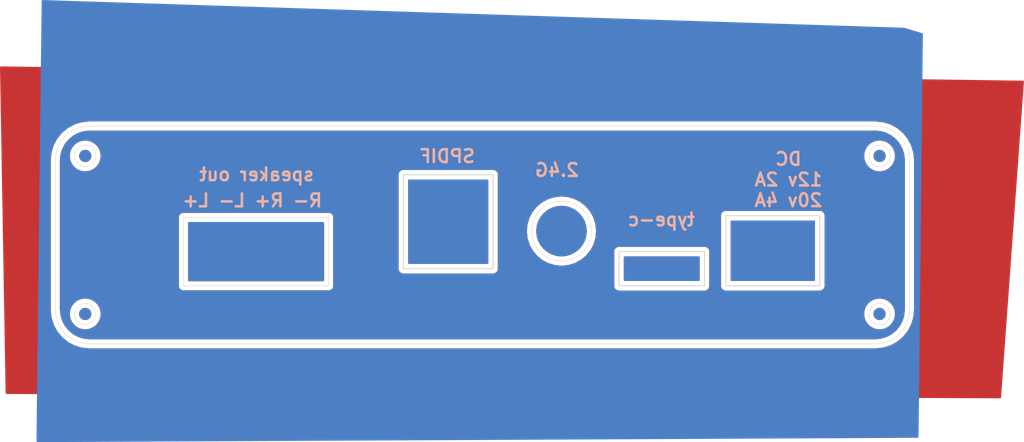
<source format=kicad_pcb>
(kicad_pcb (version 20171130) (host pcbnew 5.0.2+dfsg1-1)

  (general
    (thickness 1.6)
    (drawings 35)
    (tracks 0)
    (zones 0)
    (modules 0)
    (nets 1)
  )

  (page A4)
  (layers
    (0 F.Cu signal)
    (31 B.Cu signal)
    (32 B.Adhes user)
    (33 F.Adhes user)
    (34 B.Paste user)
    (35 F.Paste user)
    (36 B.SilkS user)
    (37 F.SilkS user)
    (38 B.Mask user)
    (39 F.Mask user)
    (40 Dwgs.User user)
    (41 Cmts.User user)
    (42 Eco1.User user)
    (43 Eco2.User user)
    (44 Edge.Cuts user)
    (45 Margin user)
    (46 B.CrtYd user)
    (47 F.CrtYd user)
    (48 B.Fab user)
    (49 F.Fab user)
  )

  (setup
    (last_trace_width 0.25)
    (trace_clearance 0.2)
    (zone_clearance 0.508)
    (zone_45_only no)
    (trace_min 0.2)
    (segment_width 0.2)
    (edge_width 0.05)
    (via_size 0.8)
    (via_drill 0.4)
    (via_min_size 0.4)
    (via_min_drill 0.3)
    (uvia_size 0.3)
    (uvia_drill 0.1)
    (uvias_allowed no)
    (uvia_min_size 0.2)
    (uvia_min_drill 0.1)
    (pcb_text_width 0.3)
    (pcb_text_size 1.5 1.5)
    (mod_edge_width 0.12)
    (mod_text_size 1 1)
    (mod_text_width 0.15)
    (pad_size 1.524 1.524)
    (pad_drill 0.762)
    (pad_to_mask_clearance 0)
    (solder_mask_min_width 0.25)
    (aux_axis_origin 0 0)
    (visible_elements FFFFFF7F)
    (pcbplotparams
      (layerselection 0x010fc_ffffffff)
      (usegerberextensions false)
      (usegerberattributes true)
      (usegerberadvancedattributes true)
      (creategerberjobfile true)
      (excludeedgelayer true)
      (linewidth 0.100000)
      (plotframeref false)
      (viasonmask false)
      (mode 1)
      (useauxorigin false)
      (hpglpennumber 1)
      (hpglpenspeed 20)
      (hpglpendiameter 15.000000)
      (psnegative false)
      (psa4output false)
      (plotreference true)
      (plotvalue true)
      (plotinvisibletext false)
      (padsonsilk false)
      (subtractmaskfromsilk false)
      (outputformat 1)
      (mirror false)
      (drillshape 0)
      (scaleselection 1)
      (outputdirectory "out"))
  )

  (net 0 "")

  (net_class Default "This is the default net class."
    (clearance 0.2)
    (trace_width 0.25)
    (via_dia 0.8)
    (via_drill 0.4)
    (uvia_dia 0.3)
    (uvia_drill 0.1)
  )

  (gr_circle (center 196.5 103.5) (end 197.75 103.5) (layer Edge.Cuts) (width 0.05) (tstamp 60CA229A))
  (gr_circle (center 196.5 122) (end 197.75 122) (layer Edge.Cuts) (width 0.05) (tstamp 60CA2298))
  (gr_circle (center 103.5 122) (end 104.75 122) (layer Edge.Cuts) (width 0.05) (tstamp 60CA2296))
  (gr_circle (center 103.5 103.5) (end 104.75 103.5) (layer Edge.Cuts) (width 0.05))
  (gr_text "R- R+ L- L+" (at 123.063 108.712) (layer B.SilkS) (tstamp 60CA2323)
    (effects (font (size 1.5 1.5) (thickness 0.3)) (justify mirror))
  )
  (gr_text "speaker out" (at 123.571 105.664) (layer B.SilkS) (tstamp 60CA238C)
    (effects (font (size 1.5 1.5) (thickness 0.3)) (justify mirror))
  )
  (gr_text type-c (at 170.9448 110.9472) (layer B.SilkS) (tstamp 60CA2371)
    (effects (font (size 1.5 1.5) (thickness 0.3)) (justify mirror))
  )
  (gr_text SPDIF (at 145.8892 103.5304) (layer B.SilkS) (tstamp 60CA233E)
    (effects (font (size 1.5 1.5) (thickness 0.3)) (justify mirror))
  )
  (gr_text 2.4G (at 158.738 105.156) (layer B.SilkS) (tstamp 60CA236E)
    (effects (font (size 1.5 1.5) (thickness 0.3)) (justify mirror))
  )
  (gr_text "DC\n12v 2A\n20v 4A" (at 185.8292 106.2736) (layer B.SilkS) (tstamp 60CA2344)
    (effects (font (size 1.5 1.5) (thickness 0.3)) (justify mirror))
  )
  (gr_line (start 189.5 110.5) (end 189.5 118.7) (layer Edge.Cuts) (width 0.1) (tstamp 60CA235F))
  (gr_line (start 178.5 110.5) (end 189.5 110.5) (layer Edge.Cuts) (width 0.1) (tstamp 60CA2368))
  (gr_line (start 178.5 118.7) (end 178.5 110.5) (layer Edge.Cuts) (width 0.1) (tstamp 60CA2341))
  (gr_line (start 189.5 118.7) (end 178.5 118.7) (layer Edge.Cuts) (width 0.1) (tstamp 60CA236B))
  (gr_line (start 176 114.7) (end 176 118.7) (layer Edge.Cuts) (width 0.1) (tstamp 60CA2389))
  (gr_line (start 166 114.7) (end 176 114.7) (layer Edge.Cuts) (width 0.1) (tstamp 60CA2362))
  (gr_line (start 166 114.7) (end 166 118.7) (layer Edge.Cuts) (width 0.1) (tstamp 60CA237A))
  (gr_line (start 176 118.7) (end 166 118.7) (layer Edge.Cuts) (width 0.1) (tstamp 60CA2365))
  (gr_line (start 140.75 105.7) (end 151.25 105.7) (layer Edge.Cuts) (width 0.1) (tstamp 60CA2308))
  (gr_line (start 140.75 116.7) (end 140.75 105.7) (layer Edge.Cuts) (width 0.1) (tstamp 60CA238F))
  (gr_line (start 151.25 116.7) (end 140.75 116.7) (layer Edge.Cuts) (width 0.1) (tstamp 60CA2305))
  (gr_line (start 151.25 105.7) (end 151.25 116.7) (layer Edge.Cuts) (width 0.1) (tstamp 60CA230B))
  (gr_circle (center 159.26 112.3) (end 162.76 112.3) (layer Edge.Cuts) (width 0.05) (tstamp 60CA2374))
  (gr_line (start 132 110.7) (end 115 110.7) (layer Edge.Cuts) (width 0.05) (tstamp 60CA2377))
  (gr_line (start 132 118.7) (end 132 110.7) (layer Edge.Cuts) (width 0.05) (tstamp 60CA230E))
  (gr_line (start 115 118.7) (end 132 118.7) (layer Edge.Cuts) (width 0.05) (tstamp 60CA2311))
  (gr_line (start 115 110.7) (end 115 118.7) (layer Edge.Cuts) (width 0.05) (tstamp 60CA2314))
  (gr_arc (start 104 121.5) (end 104 125.5) (angle 90) (layer Edge.Cuts) (width 0.05) (tstamp 60C9AF30))
  (gr_arc (start 196 121.5) (end 200 121.5) (angle 90) (layer Edge.Cuts) (width 0.05) (tstamp 60C9AF23))
  (gr_arc (start 196 104) (end 196 100) (angle 90) (layer Edge.Cuts) (width 0.05) (tstamp 60C9AF12))
  (gr_arc (start 104 104) (end 100 104) (angle 90) (layer Edge.Cuts) (width 0.05))
  (gr_line (start 196 100) (end 104 100) (layer Edge.Cuts) (width 0.05))
  (gr_line (start 200 121.5) (end 200 104) (layer Edge.Cuts) (width 0.05))
  (gr_line (start 104 125.5) (end 196 125.5) (layer Edge.Cuts) (width 0.05))
  (gr_line (start 100 104) (end 100 121.5) (layer Edge.Cuts) (width 0.05))

  (zone (net 0) (net_name "") (layer F.Cu) (tstamp 60CA23D7) (hatch edge 0.508)
    (connect_pads (clearance 0.508))
    (min_thickness 0.254)
    (fill yes (arc_segments 32) (thermal_gap 0.508) (thermal_bridge_width 0.508))
    (polygon
      (pts
        (xy 213.4108 94.6912) (xy 210.7184 131.8768) (xy 94.1832 131.3688) (xy 93.5228 93.0148)
      )
    )
    (filled_polygon
      (pts
        (xy 213.27441 94.816306) (xy 210.600301 131.749284) (xy 94.308041 131.242343) (xy 93.83841 103.967582) (xy 99.34 103.967582)
        (xy 99.340001 121.532419) (xy 99.342988 121.562744) (xy 99.342813 121.587743) (xy 99.343713 121.596914) (xy 99.425315 122.373302)
        (xy 99.437338 122.431871) (xy 99.448551 122.490657) (xy 99.451215 122.499479) (xy 99.682063 123.245229) (xy 99.705238 123.300359)
        (xy 99.727652 123.355838) (xy 99.731979 123.363974) (xy 100.103282 124.050684) (xy 100.136727 124.100268) (xy 100.169487 124.150331)
        (xy 100.175311 124.157472) (xy 100.672924 124.758983) (xy 100.715376 124.80114) (xy 100.757223 124.843873) (xy 100.764318 124.849741)
        (xy 100.764324 124.849747) (xy 100.764331 124.849751) (xy 101.369294 125.343148) (xy 101.419087 125.37623) (xy 101.468476 125.410048)
        (xy 101.476583 125.41443) (xy 102.165867 125.78093) (xy 102.221182 125.803729) (xy 102.276154 125.82729) (xy 102.284957 125.830015)
        (xy 103.032302 126.055652) (xy 103.091011 126.067277) (xy 103.149494 126.079708) (xy 103.158657 126.080671) (xy 103.158659 126.080671)
        (xy 103.935596 126.15685) (xy 103.935598 126.15685) (xy 103.967581 126.16) (xy 196.032419 126.16) (xy 196.062753 126.157012)
        (xy 196.087743 126.157187) (xy 196.096914 126.156287) (xy 196.873302 126.074685) (xy 196.931871 126.062662) (xy 196.990657 126.051449)
        (xy 196.999479 126.048785) (xy 197.745229 125.817937) (xy 197.800359 125.794762) (xy 197.855838 125.772348) (xy 197.863974 125.768021)
        (xy 198.550684 125.396718) (xy 198.600268 125.363273) (xy 198.650331 125.330513) (xy 198.657472 125.324689) (xy 199.258983 124.827076)
        (xy 199.30114 124.784624) (xy 199.343873 124.742777) (xy 199.349741 124.735682) (xy 199.349747 124.735676) (xy 199.349751 124.735669)
        (xy 199.843148 124.130706) (xy 199.87623 124.080913) (xy 199.910048 124.031524) (xy 199.91443 124.023417) (xy 200.28093 123.334133)
        (xy 200.303729 123.278818) (xy 200.32729 123.223846) (xy 200.330015 123.215043) (xy 200.555652 122.467698) (xy 200.567277 122.408989)
        (xy 200.579708 122.350506) (xy 200.580671 122.341341) (xy 200.65685 121.564404) (xy 200.65685 121.564402) (xy 200.66 121.532419)
        (xy 200.66 103.967581) (xy 200.657012 103.937247) (xy 200.657187 103.912257) (xy 200.656287 103.903086) (xy 200.574685 103.126699)
        (xy 200.562658 103.068106) (xy 200.551448 103.009342) (xy 200.548785 103.00052) (xy 200.317937 102.254771) (xy 200.294749 102.199608)
        (xy 200.272347 102.144162) (xy 200.268021 102.136026) (xy 199.896718 101.449316) (xy 199.863279 101.399741) (xy 199.830514 101.34967)
        (xy 199.824689 101.342529) (xy 199.327076 100.741017) (xy 199.284621 100.698858) (xy 199.242776 100.656127) (xy 199.235676 100.650253)
        (xy 198.630705 100.156852) (xy 198.580904 100.123764) (xy 198.531524 100.089953) (xy 198.523418 100.08557) (xy 197.834133 99.719071)
        (xy 197.778839 99.69628) (xy 197.723846 99.67271) (xy 197.715043 99.669985) (xy 196.967698 99.444348) (xy 196.908995 99.432725)
        (xy 196.850506 99.420292) (xy 196.841342 99.419329) (xy 196.064404 99.34315) (xy 196.064402 99.34315) (xy 196.032419 99.34)
        (xy 103.967581 99.34) (xy 103.937247 99.342988) (xy 103.912257 99.342813) (xy 103.903086 99.343713) (xy 103.126699 99.425315)
        (xy 103.068106 99.437342) (xy 103.009342 99.448552) (xy 103.00052 99.451215) (xy 102.254771 99.682063) (xy 102.199608 99.705251)
        (xy 102.144162 99.727653) (xy 102.136026 99.731979) (xy 101.449316 100.103282) (xy 101.399741 100.136721) (xy 101.34967 100.169486)
        (xy 101.342529 100.175311) (xy 100.741017 100.672924) (xy 100.698863 100.715374) (xy 100.656127 100.757224) (xy 100.650253 100.764324)
        (xy 100.156852 101.369295) (xy 100.123764 101.419096) (xy 100.089953 101.468476) (xy 100.08557 101.476582) (xy 99.719071 102.165867)
        (xy 99.69628 102.221161) (xy 99.67271 102.276154) (xy 99.669985 102.284957) (xy 99.444348 103.032302) (xy 99.432725 103.091005)
        (xy 99.420292 103.149494) (xy 99.419329 103.158658) (xy 99.34315 103.935596) (xy 99.34 103.967582) (xy 93.83841 103.967582)
        (xy 93.652037 93.14362)
      )
    )
    (filled_polygon
      (pts
        (xy 196.648126 100.726714) (xy 197.271572 100.914943) (xy 197.846579 101.220681) (xy 198.351247 101.632279) (xy 198.766362 102.134067)
        (xy 199.076105 102.706924) (xy 199.268682 103.329039) (xy 199.340001 104.007594) (xy 199.34 121.467721) (xy 199.273286 122.148126)
        (xy 199.085057 122.77157) (xy 198.779323 123.346573) (xy 198.367721 123.851248) (xy 197.865933 124.266362) (xy 197.293077 124.576104)
        (xy 196.670961 124.768682) (xy 195.992417 124.84) (xy 104.032279 124.84) (xy 103.351874 124.773286) (xy 102.72843 124.585057)
        (xy 102.153427 124.279323) (xy 101.648752 123.867721) (xy 101.233638 123.365933) (xy 100.923896 122.793077) (xy 100.731318 122.170961)
        (xy 100.716182 122.026947) (xy 101.570188 122.026947) (xy 101.612175 122.40127) (xy 101.726069 122.760308) (xy 101.907531 123.090386)
        (xy 102.14965 123.378932) (xy 102.443203 123.614955) (xy 102.777009 123.789465) (xy 103.138354 123.895814) (xy 103.513474 123.929953)
        (xy 103.88808 123.89058) (xy 104.247905 123.779196) (xy 104.579242 123.600043) (xy 104.869472 123.359944) (xy 105.107538 123.068046)
        (xy 105.284374 122.735466) (xy 105.393243 122.374872) (xy 105.427357 122.026947) (xy 194.570188 122.026947) (xy 194.612175 122.40127)
        (xy 194.726069 122.760308) (xy 194.907531 123.090386) (xy 195.14965 123.378932) (xy 195.443203 123.614955) (xy 195.777009 123.789465)
        (xy 196.138354 123.895814) (xy 196.513474 123.929953) (xy 196.88808 123.89058) (xy 197.247905 123.779196) (xy 197.579242 123.600043)
        (xy 197.869472 123.359944) (xy 198.107538 123.068046) (xy 198.284374 122.735466) (xy 198.393243 122.374872) (xy 198.43 122)
        (xy 198.429248 121.946111) (xy 198.382038 121.572411) (xy 198.263143 121.214998) (xy 198.07709 120.887486) (xy 197.830966 120.602348)
        (xy 197.534146 120.370447) (xy 197.197935 120.200615) (xy 196.835141 120.099321) (xy 196.459581 120.070423) (xy 196.085561 120.115023)
        (xy 195.727326 120.23142) (xy 195.398523 120.415182) (xy 195.111674 120.659309) (xy 194.877706 120.954503) (xy 194.705531 121.28952)
        (xy 194.601707 121.651598) (xy 194.570188 122.026947) (xy 105.427357 122.026947) (xy 105.43 122) (xy 105.429248 121.946111)
        (xy 105.382038 121.572411) (xy 105.263143 121.214998) (xy 105.07709 120.887486) (xy 104.830966 120.602348) (xy 104.534146 120.370447)
        (xy 104.197935 120.200615) (xy 103.835141 120.099321) (xy 103.459581 120.070423) (xy 103.085561 120.115023) (xy 102.727326 120.23142)
        (xy 102.398523 120.415182) (xy 102.111674 120.659309) (xy 101.877706 120.954503) (xy 101.705531 121.28952) (xy 101.601707 121.651598)
        (xy 101.570188 122.026947) (xy 100.716182 122.026947) (xy 100.66 121.492417) (xy 100.66 110.7) (xy 114.336807 110.7)
        (xy 114.34 110.732419) (xy 114.340001 118.667571) (xy 114.336807 118.7) (xy 114.34955 118.829383) (xy 114.38729 118.953793)
        (xy 114.448575 119.06845) (xy 114.531052 119.168948) (xy 114.63155 119.251425) (xy 114.746207 119.31271) (xy 114.870617 119.35045)
        (xy 114.967581 119.36) (xy 115 119.363193) (xy 115.032419 119.36) (xy 131.967581 119.36) (xy 132 119.363193)
        (xy 132.032419 119.36) (xy 132.129383 119.35045) (xy 132.253793 119.31271) (xy 132.36845 119.251425) (xy 132.468948 119.168948)
        (xy 132.551425 119.06845) (xy 132.61271 118.953793) (xy 132.65045 118.829383) (xy 132.663193 118.7) (xy 132.66 118.667581)
        (xy 132.66 110.732419) (xy 132.663193 110.7) (xy 132.65045 110.570617) (xy 132.61271 110.446207) (xy 132.551425 110.33155)
        (xy 132.468948 110.231052) (xy 132.36845 110.148575) (xy 132.253793 110.08729) (xy 132.129383 110.04955) (xy 132.032419 110.04)
        (xy 132 110.036807) (xy 131.967581 110.04) (xy 115.032419 110.04) (xy 115 110.036807) (xy 114.967581 110.04)
        (xy 114.870617 110.04955) (xy 114.746207 110.08729) (xy 114.63155 110.148575) (xy 114.531052 110.231052) (xy 114.448575 110.33155)
        (xy 114.38729 110.446207) (xy 114.34955 110.570617) (xy 114.336807 110.7) (xy 100.66 110.7) (xy 100.66 105.7)
        (xy 140.061686 105.7) (xy 140.065001 105.733657) (xy 140.065 116.666353) (xy 140.061686 116.7) (xy 140.074912 116.834283)
        (xy 140.114081 116.963406) (xy 140.177688 117.082407) (xy 140.263289 117.186711) (xy 140.367593 117.272312) (xy 140.486594 117.335919)
        (xy 140.615717 117.375088) (xy 140.75 117.388314) (xy 140.783647 117.385) (xy 151.216353 117.385) (xy 151.25 117.388314)
        (xy 151.384283 117.375088) (xy 151.513406 117.335919) (xy 151.632407 117.272312) (xy 151.736711 117.186711) (xy 151.822312 117.082407)
        (xy 151.885919 116.963406) (xy 151.925088 116.834283) (xy 151.935 116.733647) (xy 151.935 116.733646) (xy 151.938314 116.7)
        (xy 151.935 116.666353) (xy 151.935 112.358362) (xy 155.080407 112.358362) (xy 155.171343 113.169071) (xy 155.418014 113.946677)
        (xy 155.811026 114.661562) (xy 156.335407 115.286496) (xy 156.971186 115.797675) (xy 157.694144 116.175629) (xy 158.476746 116.405961)
        (xy 159.289182 116.479898) (xy 160.100506 116.394625) (xy 160.879815 116.153388) (xy 161.597426 115.765377) (xy 162.226006 115.245371)
        (xy 162.670799 114.7) (xy 165.311686 114.7) (xy 165.315 114.733647) (xy 165.315001 118.666343) (xy 165.311686 118.7)
        (xy 165.324912 118.834283) (xy 165.364081 118.963406) (xy 165.427688 119.082407) (xy 165.513289 119.186711) (xy 165.617593 119.272312)
        (xy 165.736594 119.335919) (xy 165.865717 119.375088) (xy 165.966353 119.385) (xy 166 119.388314) (xy 166.033647 119.385)
        (xy 175.966353 119.385) (xy 176 119.388314) (xy 176.134283 119.375088) (xy 176.263406 119.335919) (xy 176.382407 119.272312)
        (xy 176.486711 119.186711) (xy 176.572312 119.082407) (xy 176.635919 118.963406) (xy 176.675088 118.834283) (xy 176.685 118.733647)
        (xy 176.685 118.733646) (xy 176.688314 118.7) (xy 176.685 118.666353) (xy 176.685 114.733647) (xy 176.688314 114.7)
        (xy 176.675088 114.565717) (xy 176.635919 114.436594) (xy 176.572312 114.317593) (xy 176.486711 114.213289) (xy 176.382407 114.127688)
        (xy 176.263406 114.064081) (xy 176.134283 114.024912) (xy 176.033647 114.015) (xy 176 114.011686) (xy 175.966353 114.015)
        (xy 166.033647 114.015) (xy 166 114.011686) (xy 165.966353 114.015) (xy 165.865717 114.024912) (xy 165.736594 114.064081)
        (xy 165.617593 114.127688) (xy 165.513289 114.213289) (xy 165.427688 114.317593) (xy 165.364081 114.436594) (xy 165.324912 114.565717)
        (xy 165.311686 114.7) (xy 162.670799 114.7) (xy 162.741611 114.613177) (xy 163.124602 113.892874) (xy 163.360393 113.1119)
        (xy 163.44 112.3) (xy 163.43837 112.183288) (xy 163.336124 111.373927) (xy 163.07862 110.599841) (xy 163.021903 110.5)
        (xy 177.811686 110.5) (xy 177.815001 110.533657) (xy 177.815 118.666353) (xy 177.811686 118.7) (xy 177.824912 118.834283)
        (xy 177.864081 118.963406) (xy 177.927688 119.082407) (xy 178.013289 119.186711) (xy 178.117593 119.272312) (xy 178.236594 119.335919)
        (xy 178.365717 119.375088) (xy 178.5 119.388314) (xy 178.533647 119.385) (xy 189.466353 119.385) (xy 189.5 119.388314)
        (xy 189.634283 119.375088) (xy 189.763406 119.335919) (xy 189.882407 119.272312) (xy 189.986711 119.186711) (xy 190.072312 119.082407)
        (xy 190.135919 118.963406) (xy 190.175088 118.834283) (xy 190.185 118.733647) (xy 190.185 118.733646) (xy 190.188314 118.7)
        (xy 190.185 118.666353) (xy 190.185 110.533647) (xy 190.188314 110.5) (xy 190.175088 110.365717) (xy 190.135919 110.236594)
        (xy 190.072312 110.117593) (xy 189.986711 110.013289) (xy 189.882407 109.927688) (xy 189.763406 109.864081) (xy 189.634283 109.824912)
        (xy 189.533647 109.815) (xy 189.5 109.811686) (xy 189.466353 109.815) (xy 178.533647 109.815) (xy 178.5 109.811686)
        (xy 178.466353 109.815) (xy 178.365717 109.824912) (xy 178.236594 109.864081) (xy 178.117593 109.927688) (xy 178.013289 110.013289)
        (xy 177.927688 110.117593) (xy 177.864081 110.236594) (xy 177.824912 110.365717) (xy 177.811686 110.5) (xy 163.021903 110.5)
        (xy 162.675666 109.890513) (xy 162.14261 109.272962) (xy 161.499756 108.770709) (xy 160.771591 108.402887) (xy 159.985849 108.183504)
        (xy 159.172461 108.120917) (xy 158.362406 108.21751) (xy 157.586541 108.469604) (xy 156.874417 108.867596) (xy 156.25316 109.396328)
        (xy 155.746432 110.03566) (xy 155.373534 110.761239) (xy 155.148671 111.54543) (xy 155.080407 112.358362) (xy 151.935 112.358362)
        (xy 151.935 105.733647) (xy 151.938314 105.7) (xy 151.925088 105.565717) (xy 151.885919 105.436594) (xy 151.822312 105.317593)
        (xy 151.736711 105.213289) (xy 151.632407 105.127688) (xy 151.513406 105.064081) (xy 151.384283 105.024912) (xy 151.283647 105.015)
        (xy 151.25 105.011686) (xy 151.216353 105.015) (xy 140.783647 105.015) (xy 140.75 105.011686) (xy 140.716353 105.015)
        (xy 140.615717 105.024912) (xy 140.486594 105.064081) (xy 140.367593 105.127688) (xy 140.263289 105.213289) (xy 140.177688 105.317593)
        (xy 140.114081 105.436594) (xy 140.074912 105.565717) (xy 140.061686 105.7) (xy 100.66 105.7) (xy 100.66 104.032278)
        (xy 100.709547 103.526947) (xy 101.570188 103.526947) (xy 101.612175 103.90127) (xy 101.726069 104.260308) (xy 101.907531 104.590386)
        (xy 102.14965 104.878932) (xy 102.443203 105.114955) (xy 102.777009 105.289465) (xy 103.138354 105.395814) (xy 103.513474 105.429953)
        (xy 103.88808 105.39058) (xy 104.247905 105.279196) (xy 104.579242 105.100043) (xy 104.869472 104.859944) (xy 105.107538 104.568046)
        (xy 105.284374 104.235466) (xy 105.393243 103.874872) (xy 105.427357 103.526947) (xy 194.570188 103.526947) (xy 194.612175 103.90127)
        (xy 194.726069 104.260308) (xy 194.907531 104.590386) (xy 195.14965 104.878932) (xy 195.443203 105.114955) (xy 195.777009 105.289465)
        (xy 196.138354 105.395814) (xy 196.513474 105.429953) (xy 196.88808 105.39058) (xy 197.247905 105.279196) (xy 197.579242 105.100043)
        (xy 197.869472 104.859944) (xy 198.107538 104.568046) (xy 198.284374 104.235466) (xy 198.393243 103.874872) (xy 198.43 103.5)
        (xy 198.429248 103.446111) (xy 198.382038 103.072411) (xy 198.263143 102.714998) (xy 198.07709 102.387486) (xy 197.830966 102.102348)
        (xy 197.534146 101.870447) (xy 197.197935 101.700615) (xy 196.835141 101.599321) (xy 196.459581 101.570423) (xy 196.085561 101.615023)
        (xy 195.727326 101.73142) (xy 195.398523 101.915182) (xy 195.111674 102.159309) (xy 194.877706 102.454503) (xy 194.705531 102.78952)
        (xy 194.601707 103.151598) (xy 194.570188 103.526947) (xy 105.427357 103.526947) (xy 105.43 103.5) (xy 105.429248 103.446111)
        (xy 105.382038 103.072411) (xy 105.263143 102.714998) (xy 105.07709 102.387486) (xy 104.830966 102.102348) (xy 104.534146 101.870447)
        (xy 104.197935 101.700615) (xy 103.835141 101.599321) (xy 103.459581 101.570423) (xy 103.085561 101.615023) (xy 102.727326 101.73142)
        (xy 102.398523 101.915182) (xy 102.111674 102.159309) (xy 101.877706 102.454503) (xy 101.705531 102.78952) (xy 101.601707 103.151598)
        (xy 101.570188 103.526947) (xy 100.709547 103.526947) (xy 100.726714 103.351874) (xy 100.914943 102.728428) (xy 101.220681 102.153421)
        (xy 101.632279 101.648753) (xy 102.134067 101.233638) (xy 102.706924 100.923895) (xy 103.329039 100.731318) (xy 104.007584 100.66)
        (xy 195.967722 100.66)
      )
    )
    (filled_polygon
      (pts
        (xy 103.618636 121.422051) (xy 103.728634 121.456101) (xy 103.829924 121.510868) (xy 103.918647 121.584266) (xy 103.991424 121.673499)
        (xy 104.045482 121.775168) (xy 104.078764 121.885402) (xy 104.09 122) (xy 104.08977 122.016474) (xy 104.075338 122.130714)
        (xy 104.038992 122.239975) (xy 103.982115 122.340095) (xy 103.906876 122.427261) (xy 103.816138 122.498153) (xy 103.713358 122.550071)
        (xy 103.602452 122.581037) (xy 103.487644 122.589871) (xy 103.373306 122.576237) (xy 103.263794 122.540654) (xy 103.163279 122.484478)
        (xy 103.07559 122.409848) (xy 103.004066 122.319608) (xy 102.951432 122.217193) (xy 102.919693 122.106506) (xy 102.910058 121.991762)
        (xy 102.922893 121.877332) (xy 102.95771 121.767574) (xy 103.013183 121.666669) (xy 103.087199 121.578461) (xy 103.176938 121.506309)
        (xy 103.278982 121.452962) (xy 103.389445 121.420451) (xy 103.504119 121.410014)
      )
    )
    (filled_polygon
      (pts
        (xy 196.618636 121.422051) (xy 196.728634 121.456101) (xy 196.829924 121.510868) (xy 196.918647 121.584266) (xy 196.991424 121.673499)
        (xy 197.045482 121.775168) (xy 197.078764 121.885402) (xy 197.09 122) (xy 197.08977 122.016474) (xy 197.075338 122.130714)
        (xy 197.038992 122.239975) (xy 196.982115 122.340095) (xy 196.906876 122.427261) (xy 196.816138 122.498153) (xy 196.713358 122.550071)
        (xy 196.602452 122.581037) (xy 196.487644 122.589871) (xy 196.373306 122.576237) (xy 196.263794 122.540654) (xy 196.163279 122.484478)
        (xy 196.07559 122.409848) (xy 196.004066 122.319608) (xy 195.951432 122.217193) (xy 195.919693 122.106506) (xy 195.910058 121.991762)
        (xy 195.922893 121.877332) (xy 195.95771 121.767574) (xy 196.013183 121.666669) (xy 196.087199 121.578461) (xy 196.176938 121.506309)
        (xy 196.278982 121.452962) (xy 196.389445 121.420451) (xy 196.504119 121.410014)
      )
    )
    (filled_polygon
      (pts
        (xy 175.315001 118.015) (xy 166.685 118.015) (xy 166.685 115.385) (xy 175.315 115.385)
      )
    )
    (filled_polygon
      (pts
        (xy 188.815001 118.015) (xy 179.185 118.015) (xy 179.185 111.185) (xy 188.815 111.185)
      )
    )
    (filled_polygon
      (pts
        (xy 131.34 118.04) (xy 115.66 118.04) (xy 115.66 111.36) (xy 131.340001 111.36)
      )
    )
    (filled_polygon
      (pts
        (xy 150.565001 116.015) (xy 141.435 116.015) (xy 141.435 106.385) (xy 150.565 106.385)
      )
    )
    (filled_polygon
      (pts
        (xy 159.831061 109.518006) (xy 160.360544 109.681909) (xy 160.848108 109.945533) (xy 161.275181 110.298839) (xy 161.625496 110.728368)
        (xy 161.885711 111.21776) (xy 162.045913 111.748374) (xy 162.1 112.3) (xy 162.098893 112.379297) (xy 162.029424 112.929198)
        (xy 161.854469 113.455132) (xy 161.580692 113.937068) (xy 161.21852 114.356648) (xy 160.781748 114.697891) (xy 160.287014 114.9478)
        (xy 159.753161 115.096854) (xy 159.200524 115.139377) (xy 158.650152 115.073749) (xy 158.123009 114.90247) (xy 157.639173 114.632064)
        (xy 157.217075 114.27283) (xy 156.872791 113.838451) (xy 156.619435 113.345474) (xy 156.466657 112.812674) (xy 156.420277 112.260347)
        (xy 156.482061 111.709531) (xy 156.649656 111.181205) (xy 156.916678 110.695494) (xy 157.272956 110.270898) (xy 157.70492 109.923589)
        (xy 158.196117 109.666798) (xy 158.727837 109.510304) (xy 159.279827 109.460069)
      )
    )
    (filled_polygon
      (pts
        (xy 103.618636 102.922051) (xy 103.728634 102.956101) (xy 103.829924 103.010868) (xy 103.918647 103.084266) (xy 103.991424 103.173499)
        (xy 104.045482 103.275168) (xy 104.078764 103.385402) (xy 104.09 103.5) (xy 104.08977 103.516474) (xy 104.075338 103.630714)
        (xy 104.038992 103.739975) (xy 103.982115 103.840095) (xy 103.906876 103.927261) (xy 103.816138 103.998153) (xy 103.713358 104.050071)
        (xy 103.602452 104.081037) (xy 103.487644 104.089871) (xy 103.373306 104.076237) (xy 103.263794 104.040654) (xy 103.163279 103.984478)
        (xy 103.07559 103.909848) (xy 103.004066 103.819608) (xy 102.951432 103.717193) (xy 102.919693 103.606506) (xy 102.910058 103.491762)
        (xy 102.922893 103.377332) (xy 102.95771 103.267574) (xy 103.013183 103.166669) (xy 103.087199 103.078461) (xy 103.176938 103.006309)
        (xy 103.278982 102.952962) (xy 103.389445 102.920451) (xy 103.504119 102.910014)
      )
    )
    (filled_polygon
      (pts
        (xy 196.618636 102.922051) (xy 196.728634 102.956101) (xy 196.829924 103.010868) (xy 196.918647 103.084266) (xy 196.991424 103.173499)
        (xy 197.045482 103.275168) (xy 197.078764 103.385402) (xy 197.09 103.5) (xy 197.08977 103.516474) (xy 197.075338 103.630714)
        (xy 197.038992 103.739975) (xy 196.982115 103.840095) (xy 196.906876 103.927261) (xy 196.816138 103.998153) (xy 196.713358 104.050071)
        (xy 196.602452 104.081037) (xy 196.487644 104.089871) (xy 196.373306 104.076237) (xy 196.263794 104.040654) (xy 196.163279 103.984478)
        (xy 196.07559 103.909848) (xy 196.004066 103.819608) (xy 195.951432 103.717193) (xy 195.919693 103.606506) (xy 195.910058 103.491762)
        (xy 195.922893 103.377332) (xy 195.95771 103.267574) (xy 196.013183 103.166669) (xy 196.087199 103.078461) (xy 196.176938 103.006309)
        (xy 196.278982 102.952962) (xy 196.389445 102.920451) (xy 196.504119 102.910014)
      )
    )
  )
  (zone (net 0) (net_name "") (layer B.Cu) (tstamp 60CA23D4) (hatch edge 0.508)
    (connect_pads (clearance 0.508))
    (min_thickness 0.254)
    (fill yes (arc_segments 32) (thermal_gap 0.508) (thermal_bridge_width 0.508))
    (polygon
      (pts
        (xy 199.39 88.4936) (xy 201.5744 89.154) (xy 201.0664 136.4996) (xy 97.79 137.0076) (xy 98.3996 85.2424)
      )
    )
    (filled_polygon
      (pts
        (xy 199.369227 88.619997) (xy 201.446384 89.247975) (xy 200.940748 136.373217) (xy 97.918512 136.879967) (xy 98.306096 103.967582)
        (xy 99.34 103.967582) (xy 99.340001 121.532419) (xy 99.342988 121.562744) (xy 99.342813 121.587743) (xy 99.343713 121.596914)
        (xy 99.425315 122.373302) (xy 99.437338 122.431871) (xy 99.448551 122.490657) (xy 99.451215 122.499479) (xy 99.682063 123.245229)
        (xy 99.705238 123.300359) (xy 99.727652 123.355838) (xy 99.731979 123.363974) (xy 100.103282 124.050684) (xy 100.136727 124.100268)
        (xy 100.169487 124.150331) (xy 100.175311 124.157472) (xy 100.672924 124.758983) (xy 100.715376 124.80114) (xy 100.757223 124.843873)
        (xy 100.764318 124.849741) (xy 100.764324 124.849747) (xy 100.764331 124.849751) (xy 101.369294 125.343148) (xy 101.419087 125.37623)
        (xy 101.468476 125.410048) (xy 101.476583 125.41443) (xy 102.165867 125.78093) (xy 102.221182 125.803729) (xy 102.276154 125.82729)
        (xy 102.284957 125.830015) (xy 103.032302 126.055652) (xy 103.091011 126.067277) (xy 103.149494 126.079708) (xy 103.158657 126.080671)
        (xy 103.158659 126.080671) (xy 103.935596 126.15685) (xy 103.935598 126.15685) (xy 103.967581 126.16) (xy 196.032419 126.16)
        (xy 196.062753 126.157012) (xy 196.087743 126.157187) (xy 196.096914 126.156287) (xy 196.873302 126.074685) (xy 196.931871 126.062662)
        (xy 196.990657 126.051449) (xy 196.999479 126.048785) (xy 197.745229 125.817937) (xy 197.800359 125.794762) (xy 197.855838 125.772348)
        (xy 197.863974 125.768021) (xy 198.550684 125.396718) (xy 198.600268 125.363273) (xy 198.650331 125.330513) (xy 198.657472 125.324689)
        (xy 199.258983 124.827076) (xy 199.30114 124.784624) (xy 199.343873 124.742777) (xy 199.349741 124.735682) (xy 199.349747 124.735676)
        (xy 199.349751 124.735669) (xy 199.843148 124.130706) (xy 199.87623 124.080913) (xy 199.910048 124.031524) (xy 199.91443 124.023417)
        (xy 200.28093 123.334133) (xy 200.303729 123.278818) (xy 200.32729 123.223846) (xy 200.330015 123.215043) (xy 200.555652 122.467698)
        (xy 200.567277 122.408989) (xy 200.579708 122.350506) (xy 200.580671 122.341341) (xy 200.65685 121.564404) (xy 200.65685 121.564402)
        (xy 200.66 121.532419) (xy 200.66 103.967581) (xy 200.657012 103.937247) (xy 200.657187 103.912257) (xy 200.656287 103.903086)
        (xy 200.574685 103.126699) (xy 200.562658 103.068106) (xy 200.551448 103.009342) (xy 200.548785 103.00052) (xy 200.317937 102.254771)
        (xy 200.294749 102.199608) (xy 200.272347 102.144162) (xy 200.268021 102.136026) (xy 199.896718 101.449316) (xy 199.863279 101.399741)
        (xy 199.830514 101.34967) (xy 199.824689 101.342529) (xy 199.327076 100.741017) (xy 199.284621 100.698858) (xy 199.242776 100.656127)
        (xy 199.235676 100.650253) (xy 198.630705 100.156852) (xy 198.580904 100.123764) (xy 198.531524 100.089953) (xy 198.523418 100.08557)
        (xy 197.834133 99.719071) (xy 197.778839 99.69628) (xy 197.723846 99.67271) (xy 197.715043 99.669985) (xy 196.967698 99.444348)
        (xy 196.908995 99.432725) (xy 196.850506 99.420292) (xy 196.841342 99.419329) (xy 196.064404 99.34315) (xy 196.064402 99.34315)
        (xy 196.032419 99.34) (xy 103.967581 99.34) (xy 103.937247 99.342988) (xy 103.912257 99.342813) (xy 103.903086 99.343713)
        (xy 103.126699 99.425315) (xy 103.068106 99.437342) (xy 103.009342 99.448552) (xy 103.00052 99.451215) (xy 102.254771 99.682063)
        (xy 102.199608 99.705251) (xy 102.144162 99.727653) (xy 102.136026 99.731979) (xy 101.449316 100.103282) (xy 101.399741 100.136721)
        (xy 101.34967 100.169486) (xy 101.342529 100.175311) (xy 100.741017 100.672924) (xy 100.698863 100.715374) (xy 100.656127 100.757224)
        (xy 100.650253 100.764324) (xy 100.156852 101.369295) (xy 100.123764 101.419096) (xy 100.089953 101.468476) (xy 100.08557 101.476582)
        (xy 99.719071 102.165867) (xy 99.69628 102.221161) (xy 99.67271 102.276154) (xy 99.669985 102.284957) (xy 99.444348 103.032302)
        (xy 99.432725 103.091005) (xy 99.420292 103.149494) (xy 99.419329 103.158658) (xy 99.34315 103.935596) (xy 99.34 103.967582)
        (xy 98.306096 103.967582) (xy 98.525065 85.373505)
      )
    )
    (filled_polygon
      (pts
        (xy 196.648126 100.726714) (xy 197.271572 100.914943) (xy 197.846579 101.220681) (xy 198.351247 101.632279) (xy 198.766362 102.134067)
        (xy 199.076105 102.706924) (xy 199.268682 103.329039) (xy 199.340001 104.007594) (xy 199.34 121.467721) (xy 199.273286 122.148126)
        (xy 199.085057 122.77157) (xy 198.779323 123.346573) (xy 198.367721 123.851248) (xy 197.865933 124.266362) (xy 197.293077 124.576104)
        (xy 196.670961 124.768682) (xy 195.992417 124.84) (xy 104.032279 124.84) (xy 103.351874 124.773286) (xy 102.72843 124.585057)
        (xy 102.153427 124.279323) (xy 101.648752 123.867721) (xy 101.233638 123.365933) (xy 100.923896 122.793077) (xy 100.731318 122.170961)
        (xy 100.716182 122.026947) (xy 101.570188 122.026947) (xy 101.612175 122.40127) (xy 101.726069 122.760308) (xy 101.907531 123.090386)
        (xy 102.14965 123.378932) (xy 102.443203 123.614955) (xy 102.777009 123.789465) (xy 103.138354 123.895814) (xy 103.513474 123.929953)
        (xy 103.88808 123.89058) (xy 104.247905 123.779196) (xy 104.579242 123.600043) (xy 104.869472 123.359944) (xy 105.107538 123.068046)
        (xy 105.284374 122.735466) (xy 105.393243 122.374872) (xy 105.427357 122.026947) (xy 194.570188 122.026947) (xy 194.612175 122.40127)
        (xy 194.726069 122.760308) (xy 194.907531 123.090386) (xy 195.14965 123.378932) (xy 195.443203 123.614955) (xy 195.777009 123.789465)
        (xy 196.138354 123.895814) (xy 196.513474 123.929953) (xy 196.88808 123.89058) (xy 197.247905 123.779196) (xy 197.579242 123.600043)
        (xy 197.869472 123.359944) (xy 198.107538 123.068046) (xy 198.284374 122.735466) (xy 198.393243 122.374872) (xy 198.43 122)
        (xy 198.429248 121.946111) (xy 198.382038 121.572411) (xy 198.263143 121.214998) (xy 198.07709 120.887486) (xy 197.830966 120.602348)
        (xy 197.534146 120.370447) (xy 197.197935 120.200615) (xy 196.835141 120.099321) (xy 196.459581 120.070423) (xy 196.085561 120.115023)
        (xy 195.727326 120.23142) (xy 195.398523 120.415182) (xy 195.111674 120.659309) (xy 194.877706 120.954503) (xy 194.705531 121.28952)
        (xy 194.601707 121.651598) (xy 194.570188 122.026947) (xy 105.427357 122.026947) (xy 105.43 122) (xy 105.429248 121.946111)
        (xy 105.382038 121.572411) (xy 105.263143 121.214998) (xy 105.07709 120.887486) (xy 104.830966 120.602348) (xy 104.534146 120.370447)
        (xy 104.197935 120.200615) (xy 103.835141 120.099321) (xy 103.459581 120.070423) (xy 103.085561 120.115023) (xy 102.727326 120.23142)
        (xy 102.398523 120.415182) (xy 102.111674 120.659309) (xy 101.877706 120.954503) (xy 101.705531 121.28952) (xy 101.601707 121.651598)
        (xy 101.570188 122.026947) (xy 100.716182 122.026947) (xy 100.66 121.492417) (xy 100.66 110.7) (xy 114.336807 110.7)
        (xy 114.34 110.732419) (xy 114.340001 118.667571) (xy 114.336807 118.7) (xy 114.34955 118.829383) (xy 114.38729 118.953793)
        (xy 114.448575 119.06845) (xy 114.531052 119.168948) (xy 114.63155 119.251425) (xy 114.746207 119.31271) (xy 114.870617 119.35045)
        (xy 114.967581 119.36) (xy 115 119.363193) (xy 115.032419 119.36) (xy 131.967581 119.36) (xy 132 119.363193)
        (xy 132.032419 119.36) (xy 132.129383 119.35045) (xy 132.253793 119.31271) (xy 132.36845 119.251425) (xy 132.468948 119.168948)
        (xy 132.551425 119.06845) (xy 132.61271 118.953793) (xy 132.65045 118.829383) (xy 132.663193 118.7) (xy 132.66 118.667581)
        (xy 132.66 110.732419) (xy 132.663193 110.7) (xy 132.65045 110.570617) (xy 132.61271 110.446207) (xy 132.551425 110.33155)
        (xy 132.468948 110.231052) (xy 132.36845 110.148575) (xy 132.253793 110.08729) (xy 132.129383 110.04955) (xy 132.032419 110.04)
        (xy 132 110.036807) (xy 131.967581 110.04) (xy 115.032419 110.04) (xy 115 110.036807) (xy 114.967581 110.04)
        (xy 114.870617 110.04955) (xy 114.746207 110.08729) (xy 114.63155 110.148575) (xy 114.531052 110.231052) (xy 114.448575 110.33155)
        (xy 114.38729 110.446207) (xy 114.34955 110.570617) (xy 114.336807 110.7) (xy 100.66 110.7) (xy 100.66 105.7)
        (xy 140.061686 105.7) (xy 140.065001 105.733657) (xy 140.065 116.666353) (xy 140.061686 116.7) (xy 140.074912 116.834283)
        (xy 140.114081 116.963406) (xy 140.177688 117.082407) (xy 140.263289 117.186711) (xy 140.367593 117.272312) (xy 140.486594 117.335919)
        (xy 140.615717 117.375088) (xy 140.75 117.388314) (xy 140.783647 117.385) (xy 151.216353 117.385) (xy 151.25 117.388314)
        (xy 151.384283 117.375088) (xy 151.513406 117.335919) (xy 151.632407 117.272312) (xy 151.736711 117.186711) (xy 151.822312 117.082407)
        (xy 151.885919 116.963406) (xy 151.925088 116.834283) (xy 151.935 116.733647) (xy 151.935 116.733646) (xy 151.938314 116.7)
        (xy 151.935 116.666353) (xy 151.935 112.358362) (xy 155.080407 112.358362) (xy 155.171343 113.169071) (xy 155.418014 113.946677)
        (xy 155.811026 114.661562) (xy 156.335407 115.286496) (xy 156.971186 115.797675) (xy 157.694144 116.175629) (xy 158.476746 116.405961)
        (xy 159.289182 116.479898) (xy 160.100506 116.394625) (xy 160.879815 116.153388) (xy 161.597426 115.765377) (xy 162.226006 115.245371)
        (xy 162.670799 114.7) (xy 165.311686 114.7) (xy 165.315 114.733647) (xy 165.315001 118.666343) (xy 165.311686 118.7)
        (xy 165.324912 118.834283) (xy 165.364081 118.963406) (xy 165.427688 119.082407) (xy 165.513289 119.186711) (xy 165.617593 119.272312)
        (xy 165.736594 119.335919) (xy 165.865717 119.375088) (xy 165.966353 119.385) (xy 166 119.388314) (xy 166.033647 119.385)
        (xy 175.966353 119.385) (xy 176 119.388314) (xy 176.134283 119.375088) (xy 176.263406 119.335919) (xy 176.382407 119.272312)
        (xy 176.486711 119.186711) (xy 176.572312 119.082407) (xy 176.635919 118.963406) (xy 176.675088 118.834283) (xy 176.685 118.733647)
        (xy 176.685 118.733646) (xy 176.688314 118.7) (xy 176.685 118.666353) (xy 176.685 114.733647) (xy 176.688314 114.7)
        (xy 176.675088 114.565717) (xy 176.635919 114.436594) (xy 176.572312 114.317593) (xy 176.486711 114.213289) (xy 176.382407 114.127688)
        (xy 176.263406 114.064081) (xy 176.134283 114.024912) (xy 176.033647 114.015) (xy 176 114.011686) (xy 175.966353 114.015)
        (xy 166.033647 114.015) (xy 166 114.011686) (xy 165.966353 114.015) (xy 165.865717 114.024912) (xy 165.736594 114.064081)
        (xy 165.617593 114.127688) (xy 165.513289 114.213289) (xy 165.427688 114.317593) (xy 165.364081 114.436594) (xy 165.324912 114.565717)
        (xy 165.311686 114.7) (xy 162.670799 114.7) (xy 162.741611 114.613177) (xy 163.124602 113.892874) (xy 163.360393 113.1119)
        (xy 163.44 112.3) (xy 163.43837 112.183288) (xy 163.336124 111.373927) (xy 163.07862 110.599841) (xy 163.021903 110.5)
        (xy 177.811686 110.5) (xy 177.815001 110.533657) (xy 177.815 118.666353) (xy 177.811686 118.7) (xy 177.824912 118.834283)
        (xy 177.864081 118.963406) (xy 177.927688 119.082407) (xy 178.013289 119.186711) (xy 178.117593 119.272312) (xy 178.236594 119.335919)
        (xy 178.365717 119.375088) (xy 178.5 119.388314) (xy 178.533647 119.385) (xy 189.466353 119.385) (xy 189.5 119.388314)
        (xy 189.634283 119.375088) (xy 189.763406 119.335919) (xy 189.882407 119.272312) (xy 189.986711 119.186711) (xy 190.072312 119.082407)
        (xy 190.135919 118.963406) (xy 190.175088 118.834283) (xy 190.185 118.733647) (xy 190.185 118.733646) (xy 190.188314 118.7)
        (xy 190.185 118.666353) (xy 190.185 110.533647) (xy 190.188314 110.5) (xy 190.175088 110.365717) (xy 190.135919 110.236594)
        (xy 190.072312 110.117593) (xy 189.986711 110.013289) (xy 189.882407 109.927688) (xy 189.763406 109.864081) (xy 189.634283 109.824912)
        (xy 189.533647 109.815) (xy 189.5 109.811686) (xy 189.466353 109.815) (xy 178.533647 109.815) (xy 178.5 109.811686)
        (xy 178.466353 109.815) (xy 178.365717 109.824912) (xy 178.236594 109.864081) (xy 178.117593 109.927688) (xy 178.013289 110.013289)
        (xy 177.927688 110.117593) (xy 177.864081 110.236594) (xy 177.824912 110.365717) (xy 177.811686 110.5) (xy 163.021903 110.5)
        (xy 162.675666 109.890513) (xy 162.14261 109.272962) (xy 161.499756 108.770709) (xy 160.771591 108.402887) (xy 159.985849 108.183504)
        (xy 159.172461 108.120917) (xy 158.362406 108.21751) (xy 157.586541 108.469604) (xy 156.874417 108.867596) (xy 156.25316 109.396328)
        (xy 155.746432 110.03566) (xy 155.373534 110.761239) (xy 155.148671 111.54543) (xy 155.080407 112.358362) (xy 151.935 112.358362)
        (xy 151.935 105.733647) (xy 151.938314 105.7) (xy 151.925088 105.565717) (xy 151.885919 105.436594) (xy 151.822312 105.317593)
        (xy 151.736711 105.213289) (xy 151.632407 105.127688) (xy 151.513406 105.064081) (xy 151.384283 105.024912) (xy 151.283647 105.015)
        (xy 151.25 105.011686) (xy 151.216353 105.015) (xy 140.783647 105.015) (xy 140.75 105.011686) (xy 140.716353 105.015)
        (xy 140.615717 105.024912) (xy 140.486594 105.064081) (xy 140.367593 105.127688) (xy 140.263289 105.213289) (xy 140.177688 105.317593)
        (xy 140.114081 105.436594) (xy 140.074912 105.565717) (xy 140.061686 105.7) (xy 100.66 105.7) (xy 100.66 104.032278)
        (xy 100.709547 103.526947) (xy 101.570188 103.526947) (xy 101.612175 103.90127) (xy 101.726069 104.260308) (xy 101.907531 104.590386)
        (xy 102.14965 104.878932) (xy 102.443203 105.114955) (xy 102.777009 105.289465) (xy 103.138354 105.395814) (xy 103.513474 105.429953)
        (xy 103.88808 105.39058) (xy 104.247905 105.279196) (xy 104.579242 105.100043) (xy 104.869472 104.859944) (xy 105.107538 104.568046)
        (xy 105.284374 104.235466) (xy 105.393243 103.874872) (xy 105.427357 103.526947) (xy 194.570188 103.526947) (xy 194.612175 103.90127)
        (xy 194.726069 104.260308) (xy 194.907531 104.590386) (xy 195.14965 104.878932) (xy 195.443203 105.114955) (xy 195.777009 105.289465)
        (xy 196.138354 105.395814) (xy 196.513474 105.429953) (xy 196.88808 105.39058) (xy 197.247905 105.279196) (xy 197.579242 105.100043)
        (xy 197.869472 104.859944) (xy 198.107538 104.568046) (xy 198.284374 104.235466) (xy 198.393243 103.874872) (xy 198.43 103.5)
        (xy 198.429248 103.446111) (xy 198.382038 103.072411) (xy 198.263143 102.714998) (xy 198.07709 102.387486) (xy 197.830966 102.102348)
        (xy 197.534146 101.870447) (xy 197.197935 101.700615) (xy 196.835141 101.599321) (xy 196.459581 101.570423) (xy 196.085561 101.615023)
        (xy 195.727326 101.73142) (xy 195.398523 101.915182) (xy 195.111674 102.159309) (xy 194.877706 102.454503) (xy 194.705531 102.78952)
        (xy 194.601707 103.151598) (xy 194.570188 103.526947) (xy 105.427357 103.526947) (xy 105.43 103.5) (xy 105.429248 103.446111)
        (xy 105.382038 103.072411) (xy 105.263143 102.714998) (xy 105.07709 102.387486) (xy 104.830966 102.102348) (xy 104.534146 101.870447)
        (xy 104.197935 101.700615) (xy 103.835141 101.599321) (xy 103.459581 101.570423) (xy 103.085561 101.615023) (xy 102.727326 101.73142)
        (xy 102.398523 101.915182) (xy 102.111674 102.159309) (xy 101.877706 102.454503) (xy 101.705531 102.78952) (xy 101.601707 103.151598)
        (xy 101.570188 103.526947) (xy 100.709547 103.526947) (xy 100.726714 103.351874) (xy 100.914943 102.728428) (xy 101.220681 102.153421)
        (xy 101.632279 101.648753) (xy 102.134067 101.233638) (xy 102.706924 100.923895) (xy 103.329039 100.731318) (xy 104.007584 100.66)
        (xy 195.967722 100.66)
      )
    )
    (filled_polygon
      (pts
        (xy 103.618636 121.422051) (xy 103.728634 121.456101) (xy 103.829924 121.510868) (xy 103.918647 121.584266) (xy 103.991424 121.673499)
        (xy 104.045482 121.775168) (xy 104.078764 121.885402) (xy 104.09 122) (xy 104.08977 122.016474) (xy 104.075338 122.130714)
        (xy 104.038992 122.239975) (xy 103.982115 122.340095) (xy 103.906876 122.427261) (xy 103.816138 122.498153) (xy 103.713358 122.550071)
        (xy 103.602452 122.581037) (xy 103.487644 122.589871) (xy 103.373306 122.576237) (xy 103.263794 122.540654) (xy 103.163279 122.484478)
        (xy 103.07559 122.409848) (xy 103.004066 122.319608) (xy 102.951432 122.217193) (xy 102.919693 122.106506) (xy 102.910058 121.991762)
        (xy 102.922893 121.877332) (xy 102.95771 121.767574) (xy 103.013183 121.666669) (xy 103.087199 121.578461) (xy 103.176938 121.506309)
        (xy 103.278982 121.452962) (xy 103.389445 121.420451) (xy 103.504119 121.410014)
      )
    )
    (filled_polygon
      (pts
        (xy 196.618636 121.422051) (xy 196.728634 121.456101) (xy 196.829924 121.510868) (xy 196.918647 121.584266) (xy 196.991424 121.673499)
        (xy 197.045482 121.775168) (xy 197.078764 121.885402) (xy 197.09 122) (xy 197.08977 122.016474) (xy 197.075338 122.130714)
        (xy 197.038992 122.239975) (xy 196.982115 122.340095) (xy 196.906876 122.427261) (xy 196.816138 122.498153) (xy 196.713358 122.550071)
        (xy 196.602452 122.581037) (xy 196.487644 122.589871) (xy 196.373306 122.576237) (xy 196.263794 122.540654) (xy 196.163279 122.484478)
        (xy 196.07559 122.409848) (xy 196.004066 122.319608) (xy 195.951432 122.217193) (xy 195.919693 122.106506) (xy 195.910058 121.991762)
        (xy 195.922893 121.877332) (xy 195.95771 121.767574) (xy 196.013183 121.666669) (xy 196.087199 121.578461) (xy 196.176938 121.506309)
        (xy 196.278982 121.452962) (xy 196.389445 121.420451) (xy 196.504119 121.410014)
      )
    )
    (filled_polygon
      (pts
        (xy 175.315001 118.015) (xy 166.685 118.015) (xy 166.685 115.385) (xy 175.315 115.385)
      )
    )
    (filled_polygon
      (pts
        (xy 188.815001 118.015) (xy 179.185 118.015) (xy 179.185 111.185) (xy 188.815 111.185)
      )
    )
    (filled_polygon
      (pts
        (xy 131.34 118.04) (xy 115.66 118.04) (xy 115.66 111.36) (xy 131.340001 111.36)
      )
    )
    (filled_polygon
      (pts
        (xy 150.565001 116.015) (xy 141.435 116.015) (xy 141.435 106.385) (xy 150.565 106.385)
      )
    )
    (filled_polygon
      (pts
        (xy 159.831061 109.518006) (xy 160.360544 109.681909) (xy 160.848108 109.945533) (xy 161.275181 110.298839) (xy 161.625496 110.728368)
        (xy 161.885711 111.21776) (xy 162.045913 111.748374) (xy 162.1 112.3) (xy 162.098893 112.379297) (xy 162.029424 112.929198)
        (xy 161.854469 113.455132) (xy 161.580692 113.937068) (xy 161.21852 114.356648) (xy 160.781748 114.697891) (xy 160.287014 114.9478)
        (xy 159.753161 115.096854) (xy 159.200524 115.139377) (xy 158.650152 115.073749) (xy 158.123009 114.90247) (xy 157.639173 114.632064)
        (xy 157.217075 114.27283) (xy 156.872791 113.838451) (xy 156.619435 113.345474) (xy 156.466657 112.812674) (xy 156.420277 112.260347)
        (xy 156.482061 111.709531) (xy 156.649656 111.181205) (xy 156.916678 110.695494) (xy 157.272956 110.270898) (xy 157.70492 109.923589)
        (xy 158.196117 109.666798) (xy 158.727837 109.510304) (xy 159.279827 109.460069)
      )
    )
    (filled_polygon
      (pts
        (xy 103.618636 102.922051) (xy 103.728634 102.956101) (xy 103.829924 103.010868) (xy 103.918647 103.084266) (xy 103.991424 103.173499)
        (xy 104.045482 103.275168) (xy 104.078764 103.385402) (xy 104.09 103.5) (xy 104.08977 103.516474) (xy 104.075338 103.630714)
        (xy 104.038992 103.739975) (xy 103.982115 103.840095) (xy 103.906876 103.927261) (xy 103.816138 103.998153) (xy 103.713358 104.050071)
        (xy 103.602452 104.081037) (xy 103.487644 104.089871) (xy 103.373306 104.076237) (xy 103.263794 104.040654) (xy 103.163279 103.984478)
        (xy 103.07559 103.909848) (xy 103.004066 103.819608) (xy 102.951432 103.717193) (xy 102.919693 103.606506) (xy 102.910058 103.491762)
        (xy 102.922893 103.377332) (xy 102.95771 103.267574) (xy 103.013183 103.166669) (xy 103.087199 103.078461) (xy 103.176938 103.006309)
        (xy 103.278982 102.952962) (xy 103.389445 102.920451) (xy 103.504119 102.910014)
      )
    )
    (filled_polygon
      (pts
        (xy 196.618636 102.922051) (xy 196.728634 102.956101) (xy 196.829924 103.010868) (xy 196.918647 103.084266) (xy 196.991424 103.173499)
        (xy 197.045482 103.275168) (xy 197.078764 103.385402) (xy 197.09 103.5) (xy 197.08977 103.516474) (xy 197.075338 103.630714)
        (xy 197.038992 103.739975) (xy 196.982115 103.840095) (xy 196.906876 103.927261) (xy 196.816138 103.998153) (xy 196.713358 104.050071)
        (xy 196.602452 104.081037) (xy 196.487644 104.089871) (xy 196.373306 104.076237) (xy 196.263794 104.040654) (xy 196.163279 103.984478)
        (xy 196.07559 103.909848) (xy 196.004066 103.819608) (xy 195.951432 103.717193) (xy 195.919693 103.606506) (xy 195.910058 103.491762)
        (xy 195.922893 103.377332) (xy 195.95771 103.267574) (xy 196.013183 103.166669) (xy 196.087199 103.078461) (xy 196.176938 103.006309)
        (xy 196.278982 102.952962) (xy 196.389445 102.920451) (xy 196.504119 102.910014)
      )
    )
  )
)

</source>
